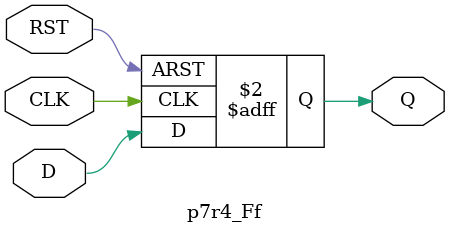
<source format=v>
`timescale 1ns / 1ps


module p7r4_Ff(
    input D,CLK, RST,
    output reg Q
    );
    always @(posedge CLK,posedge RST)
    begin
        if(RST) Q <= 1'b0;
        else Q <= D;
    end
endmodule

</source>
